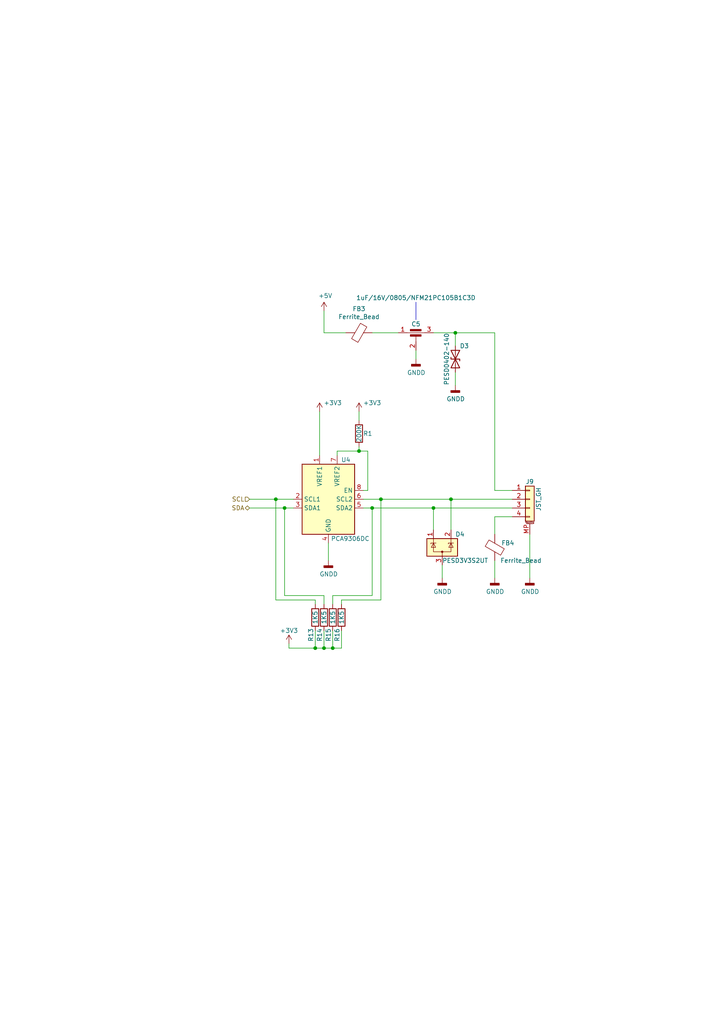
<source format=kicad_sch>
(kicad_sch (version 20230121) (generator eeschema)
  (paper "A4" portrait)
  (title_block (title "RasPi Zero NAV Hat") (date "2023-05-12") (rev "0.1") (company "chipiki.ru") (comment 1 "RasPi Zero NAV Hat") (comment 2 "Denis Tsekh"))
  (lib_symbols
    (symbol "Connector_Generic_MountingPin:Conn_01x04_MountingPin" (pin_names (offset 1.016) hide)
      (property "Reference" "J" (at 0 5.08 0))
      (property "Value" "Conn_01x04_MountingPin" (at 1.27 -7.62 0))
      (symbol "Conn_01x04_MountingPin_1_1"
        (rectangle (start -1.27 -4.953) (end 0 -5.207) (stroke (width 0.1524)))
        (rectangle (start -1.27 -2.413) (end 0 -2.667) (stroke (width 0.1524)))
        (rectangle (start -1.27 0.127) (end 0 -0.127) (stroke (width 0.1524)))
        (rectangle (start -1.27 2.667) (end 0 2.413) (stroke (width 0.1524)))
        (rectangle (start -1.27 3.81) (end 1.27 -6.35) (stroke (width 0.254)) (fill (type background)))
        (polyline (pts (xy -1.016 -7.112) (xy 1.016 -7.112)) (stroke (width 0.1524)))
        (text "Mounting" (at 0 -6.731 0) (effects (font (size 0.381 0.381))))
        (pin passive line (at -5.08 2.54 0) (length 3.81) (name "Pin_1") (number "1"))
        (pin passive line (at -5.08 0 0) (length 3.81) (name "Pin_2") (number "2"))
        (pin passive line (at -5.08 -2.54 0) (length 3.81) (name "Pin_3") (number "3"))
        (pin passive line (at -5.08 -5.08 0) (length 3.81) (name "Pin_4") (number "4"))
        (pin passive line (at 0 -10.16 90) (length 3.048) (name "MountPin") (number "MP"))
      )
    )
    (symbol "Device:C_Feedthrough" (pin_names (offset 0.254) hide)
      (property "Reference" "C" (at 0 7.62 0))
      (property "Value" "C_Feedthrough" (at 0 5.715 0))
      (symbol "C_Feedthrough_0_1"
        (rectangle (start -1.651 1.524) (end 1.524 2.032) (fill (type outline)))
        (polyline (pts (xy -2.54 2.54) (xy 2.54 2.54)))
        (polyline (pts (xy 0 0) (xy 0 1.778)))
        (rectangle (start 1.524 3.048) (end -1.651 3.556) (fill (type outline)))
      )
      (symbol "C_Feedthrough_1_1"
        (pin passive line (at -5.08 2.54 0) (length 2.54) (name "1") (number "1"))
        (pin passive line (at 0 -2.54 90) (length 2.54) (name "2") (number "2"))
        (pin passive line (at 5.08 2.54 180) (length 2.54) (name "3") (number "3"))
      )
    )
    (symbol "Device:D_TVS" (pin_numbers hide) (pin_names (offset 1.016) hide)
      (property "Reference" "D" (at 0 2.54 0))
      (property "Value" "D_TVS" (at 0 -2.54 0))
      (symbol "D_TVS_0_1"
        (polyline (pts (xy 1.27 0) (xy -1.27 0)))
        (polyline (pts (xy 0.508 1.27) (xy 0 1.27) (xy 0 -1.27) (xy -0.508 -1.27)) (stroke (width 0.254)))
        (polyline (pts (xy -2.54 1.27) (xy -2.54 -1.27) (xy 2.54 1.27) (xy 2.54 -1.27) (xy -2.54 1.27)) (stroke (width 0.254)))
      )
      (symbol "D_TVS_1_1"
        (pin passive line (at -3.81 0 0) (length 2.54) (name "A1") (number "1"))
        (pin passive line (at 3.81 0 180) (length 2.54) (name "A2") (number "2"))
      )
    )
    (symbol "Device:FerriteBead" (pin_numbers hide) (pin_names (offset 0))
      (property "Reference" "FB" (at -3.81 0.635 90))
      (property "Value" "FerriteBead" (at 3.81 0 90))
      (symbol "FerriteBead_0_1"
        (polyline (pts (xy 0 -1.27) (xy 0 -1.2192)))
        (polyline (pts (xy 0 1.27) (xy 0 1.2954)))
        (polyline (pts (xy -2.7686 0.4064) (xy -1.7018 2.2606) (xy 2.7686 -0.3048) (xy 1.6764 -2.159) (xy -2.7686 0.4064)))
      )
      (symbol "FerriteBead_1_1"
        (pin passive line (at 0 3.81 270) (length 2.54) (name "~") (number "1"))
        (pin passive line (at 0 -3.81 90) (length 2.54) (name "~") (number "2"))
      )
    )
    (symbol "Device:R" (pin_numbers hide) (pin_names (offset 0))
      (property "Reference" "R" (at 2.032 0 90))
      (property "Value" "R" (at 0 0 90))
      (symbol "R_0_1"
        (rectangle (start -1.016 -2.54) (end 1.016 2.54) (stroke (width 0.254)))
      )
      (symbol "R_1_1"
        (pin passive line (at 0 3.81 270) (length 1.27) (name "~") (number "1"))
        (pin passive line (at 0 -3.81 90) (length 1.27) (name "~") (number "2"))
      )
    )
    (symbol "Power_Protection:SP0502BAHT" (pin_names hide)
      (property "Reference" "D" (at 5.715 2.54 0))
      (property "Value" "SP0502BAHT" (at 5.715 0.635 0))
      (symbol "SP0502BAHT_0_0"
        (pin passive line (at 0 -5.08 90) (length 2.54) (name "A") (number "3"))
      )
      (symbol "SP0502BAHT_0_1"
        (rectangle (start -4.445 2.54) (end 4.445 -2.54) (stroke (width 0.254)) (fill (type background)))
        (circle (center 0 -1.27) (radius 0.254) (fill (type outline)))
        (polyline (pts (xy -2.54 2.54) (xy -2.54 1.27)))
        (polyline (pts (xy 0 -1.27) (xy 0 -2.54)))
        (polyline (pts (xy 2.54 2.54) (xy 2.54 1.27)))
        (polyline (pts (xy -3.302 1.016) (xy -3.302 1.27) (xy -1.905 1.27) (xy -1.778 1.27)))
        (polyline (pts (xy -2.54 1.27) (xy -2.54 -1.27) (xy 2.54 -1.27) (xy 2.54 1.27)))
        (polyline (pts (xy -2.54 1.27) (xy -1.905 0) (xy -3.175 0) (xy -2.54 1.27)))
        (polyline (pts (xy 1.778 1.016) (xy 1.778 1.27) (xy 3.175 1.27) (xy 3.302 1.27)))
        (polyline (pts (xy 2.54 1.27) (xy 1.905 0) (xy 3.175 0) (xy 2.54 1.27)))
      )
      (symbol "SP0502BAHT_1_1"
        (pin passive line (at -2.54 5.08 270) (length 2.54) (name "K") (number "1"))
        (pin passive line (at 2.54 5.08 270) (length 2.54) (name "K") (number "2"))
      )
    )
    (symbol "power:+5V" (power) (pin_names (offset 0))
      (property "Value" "+5V" (at 0 3.556 0))
      (symbol "+5V_0_1"
        (polyline (pts (xy -0.762 1.27) (xy 0 2.54)))
        (polyline (pts (xy 0 0) (xy 0 2.54)))
        (polyline (pts (xy 0 2.54) (xy 0.762 1.27)))
      )
      (symbol "+5V_1_1"
        (pin power_in line (at 0 0 90) (length 0) hide (name "+5V") (number "1"))
      )
    )
    (symbol "power:GNDD" (power) (pin_names (offset 0))
      (property "Value" "GNDD" (at 0 -3.175 0))
      (symbol "GNDD_0_1"
        (rectangle (start -1.27 -1.524) (end 1.27 -2.032) (stroke (width 0.254)) (fill (type outline)))
        (polyline (pts (xy 0 0) (xy 0 -1.524)))
      )
      (symbol "GNDD_1_1"
        (pin power_in line (at 0 0 270) (length 0) hide (name "GNDD") (number "1"))
      )
    )
    (symbol "rbpi-z-hat-rescue:+3.3V-power" (power) (pin_names (offset 0))
      (property "Value" "+3.3V-power" (at 0 3.556 0))
      (symbol "+3.3V-power_0_1"
        (polyline (pts (xy -0.762 1.27) (xy 0 2.54)))
        (polyline (pts (xy 0 0) (xy 0 2.54)))
        (polyline (pts (xy 0 2.54) (xy 0.762 1.27)))
      )
      (symbol "+3.3V-power_1_1"
        (pin power_in line (at 0 0 90) (length 0) hide (name "+3V3") (number "1"))
      )
    )
    (symbol "rbpi-z-hat-rescue:PCA9306DC-Interface"
      (property "Reference" "U" (at -7.62 11.43 0))
      (property "Value" "PCA9306DC-Interface" (at 3.81 11.43 0))
      (symbol "PCA9306DC-Interface_0_1"
        (rectangle (start -7.62 10.16) (end 7.62 -10.16) (stroke (width 0.254)) (fill (type background)))
      )
      (symbol "PCA9306DC-Interface_1_1"
        (pin power_in line (at -2.54 12.7 270) (length 2.54) (name "VREF1") (number "1"))
        (pin bidirectional line (at -10.16 0 0) (length 2.54) (name "SCL1") (number "2"))
        (pin bidirectional line (at -10.16 -2.54 0) (length 2.54) (name "SDA1") (number "3"))
        (pin power_in line (at 0 -12.7 90) (length 2.54) (name "GND") (number "4"))
        (pin bidirectional line (at 10.16 -2.54 180) (length 2.54) (name "SDA2") (number "5"))
        (pin bidirectional line (at 10.16 0 180) (length 2.54) (name "SCL2") (number "6"))
        (pin power_in line (at 2.54 12.7 270) (length 2.54) (name "VREF2") (number "7"))
        (pin input line (at 10.16 2.54 180) (length 2.54) (name "EN") (number "8"))
      )
    )
  )
  (junction (at 132.08 96.52))
  (junction (at 91.44 187.96))
  (junction (at 130.81 144.78))
  (junction (at 107.95 147.32))
  (junction (at 96.52 187.96))
  (junction (at 80.01 144.78))
  (junction (at 93.98 187.96))
  (junction (at 110.49 144.78))
  (junction (at 104.14 130.81))
  (junction (at 125.73 147.32))
  (junction (at 82.55 147.32))
  (wire (pts (xy 107.95 172.72) (xy 107.95 147.32)))
  (wire (pts (xy 99.06 182.88) (xy 99.06 187.96)))
  (wire (pts (xy 143.51 162.56) (xy 143.51 167.64)))
  (wire (pts (xy 100.33 96.52) (xy 93.98 96.52)))
  (wire (pts (xy 132.08 100.33) (xy 132.08 96.52)))
  (wire (pts (xy 97.79 130.81) (xy 97.79 132.08)))
  (wire (pts (xy 91.44 175.26) (xy 91.44 173.99)))
  (wire (pts (xy 143.51 96.52) (xy 143.51 142.24)))
  (wire (pts (xy 120.65 101.6) (xy 120.65 104.14)))
  (wire (pts (xy 125.73 96.52) (xy 132.08 96.52)))
  (wire (pts (xy 96.52 187.96) (xy 99.06 187.96)))
  (wire (pts (xy 107.95 96.52) (xy 115.57 96.52)))
  (wire (pts (xy 107.95 147.32) (xy 125.73 147.32)))
  (wire (pts (xy 132.08 96.52) (xy 143.51 96.52)))
  (wire (pts (xy 96.52 182.88) (xy 96.52 187.96)))
  (wire (pts (xy 99.06 173.99) (xy 110.49 173.99)))
  (wire (pts (xy 95.25 157.48) (xy 95.25 162.56)))
  (wire (pts (xy 128.27 163.83) (xy 128.27 167.64)))
  (wire (pts (xy 105.41 144.78) (xy 110.49 144.78)))
  (wire (pts (xy 104.14 130.81) (xy 97.79 130.81)))
  (wire (pts (xy 148.59 149.86) (xy 143.51 149.86)))
  (wire (pts (xy 82.55 147.32) (xy 85.09 147.32)))
  (wire (pts (xy 93.98 175.26) (xy 93.98 172.72)))
  (wire (pts (xy 125.73 147.32) (xy 148.59 147.32)))
  (wire (pts (xy 80.01 144.78) (xy 85.09 144.78)))
  (wire (pts (xy 93.98 96.52) (xy 93.98 90.17)))
  (wire (pts (xy 125.73 153.67) (xy 125.73 147.32)))
  (wire (pts (xy 91.44 182.88) (xy 91.44 187.96)))
  (wire (pts (xy 105.41 147.32) (xy 107.95 147.32)))
  (wire (pts (xy 83.82 187.96) (xy 83.82 186.69)))
  (wire (pts (xy 106.68 130.81) (xy 106.68 142.24)))
  (wire (pts (xy 91.44 187.96) (xy 93.98 187.96)))
  (wire (pts (xy 143.51 149.86) (xy 143.51 154.94)))
  (wire (pts (xy 82.55 172.72) (xy 93.98 172.72)))
  (wire (pts (xy 96.52 175.26) (xy 96.52 172.72)))
  (wire (pts (xy 132.08 111.76) (xy 132.08 107.95)))
  (wire (pts (xy 92.71 119.38) (xy 92.71 132.08)))
  (wire (pts (xy 80.01 173.99) (xy 91.44 173.99)))
  (wire (pts (xy 72.39 144.78) (xy 80.01 144.78)))
  (wire (pts (xy 130.81 153.67) (xy 130.81 144.78)))
  (wire (pts (xy 96.52 172.72) (xy 107.95 172.72)))
  (wire (pts (xy 91.44 187.96) (xy 83.82 187.96)))
  (wire (pts (xy 104.14 130.81) (xy 106.68 130.81)))
  (wire (pts (xy 130.81 144.78) (xy 148.59 144.78)))
  (wire (pts (xy 110.49 144.78) (xy 130.81 144.78)))
  (wire (pts (xy 143.51 142.24) (xy 148.59 142.24)))
  (wire (pts (xy 72.39 147.32) (xy 82.55 147.32)))
  (wire (pts (xy 80.01 173.99) (xy 80.01 144.78)))
  (wire (pts (xy 104.14 129.54) (xy 104.14 130.81)))
  (polyline (pts (xy 120.65 92.71) (xy 120.65 87.63)))
  (wire (pts (xy 93.98 182.88) (xy 93.98 187.96)))
  (wire (pts (xy 93.98 187.96) (xy 96.52 187.96)))
  (wire (pts (xy 99.06 175.26) (xy 99.06 173.99)))
  (wire (pts (xy 82.55 172.72) (xy 82.55 147.32)))
  (wire (pts (xy 106.68 142.24) (xy 105.41 142.24)))
  (wire (pts (xy 153.67 154.94) (xy 153.67 167.64)))
  (wire (pts (xy 110.49 173.99) (xy 110.49 144.78)))
  (wire (pts (xy 104.14 119.38) (xy 104.14 121.92)))
  (hierarchical_label "SCL" (shape input) (at 72.39 144.78 180))
  (hierarchical_label "SDA" (shape bidirectional) (at 72.39 147.32 180))
  (symbol (lib_id "Device:C_Feedthrough") (at 120.65 99.06 0) (unit 1)
    (property "Reference" "C5" (at 120.65 93.98 0))
    (property "Value" "1uF/16V/0805/NFM21PC105B1C3D" (at 120.65 86.36 0))
    (property "Footprint" "NFM21PC105B1C3D:NFM21PC105B1C3D" (effects hide))
  )
  (symbol (lib_id "Device:D_TVS") (at 132.08 104.14 270) (unit 1)
    (property "Reference" "D3" (at 133.35 100.33 90) (effects (justify left)))
    (property "Value" "PESD0402-140" (at 129.54 104.14 0))
    (property "Footprint" "Diode_SMD:D_0402_1005Metric" (effects hide))
  )
  (symbol (lib_id "Device:FerriteBead") (at 104.14 96.52 270) (unit 1)
    (property "Reference" "FB3" (at 104.14 89.5604 90))
    (property "Value" "Ferrite_Bead" (at 104.14 91.8718 90))
    (property "Footprint" "Inductor_SMD:L_0603_1608Metric" (effects hide))
  )
  (symbol (lib_id "power:GNDD") (at 132.08 111.76 0) (unit 1)
    (property "Reference" "#PWR0107" (effects hide))
    (property "Value" "GNDD" (at 132.1816 115.697 0))
  )
  (symbol (lib_id "power:GNDD") (at 120.65 104.14 0) (unit 1)
    (property "Reference" "#PWR0108" (effects hide))
    (property "Value" "GNDD" (at 120.7516 108.077 0))
  )
  (symbol (lib_id "power:+5V") (at 93.98 90.17 0) (unit 1)
    (property "Reference" "#PWR0109" (effects hide))
    (property "Value" "+5V" (at 94.361 85.7758 0))
  )
  (symbol (lib_id "Connector_Generic_MountingPin:Conn_01x04_MountingPin") (at 153.67 144.78 0) (unit 1)
    (property "Reference" "J9" (at 153.67 139.7 0))
    (property "Value" "JST_GH" (at 156.21 144.78 90))
    (property "Footprint" "Connector_JST:JST_GH_BM04B-GHS-TBT_1x04-1MP_P1.25mm_Vertical" (effects hide))
  )
  (symbol (lib_id "power:GNDD") (at 143.51 167.64 0) (unit 1)
    (property "Reference" "#PWR0110" (effects hide))
    (property "Value" "GNDD" (at 143.6116 171.577 0))
  )
  (symbol (lib_id "Device:FerriteBead") (at 143.51 158.75 180) (unit 1)
    (property "Reference" "FB4" (at 147.32 157.48 0))
    (property "Value" "Ferrite_Bead" (at 151.13 162.56 0))
    (property "Footprint" "Inductor_SMD:L_0603_1608Metric" (effects hide))
  )
  (symbol (lib_id "power:GNDD") (at 153.67 167.64 0) (unit 1)
    (property "Reference" "#PWR0111" (effects hide))
    (property "Value" "GNDD" (at 153.7716 171.577 0))
  )
  (symbol (lib_id "rbpi-z-hat-rescue:PCA9306DC-Interface") (at 95.25 144.78 0) (unit 1)
    (property "Reference" "U4" (at 100.33 133.35 0))
    (property "Value" "PCA9306DC" (at 101.6 156.21 0))
    (property "Footprint" "Package_SO:VSSOP-8_2.3x2mm_P0.5mm" (effects hide))
    (property "Datasheet" "https://www.nxp.com/docs/en/data-sheet/PCA9306.pdf" (effects hide))
  )
  (symbol (lib_id "power:GNDD") (at 95.25 162.56 0) (unit 1)
    (property "Reference" "#PWR0130" (effects hide))
    (property "Value" "GNDD" (at 95.3516 166.497 0))
  )
  (symbol (lib_id "Power_Protection:SP0502BAHT") (at 128.27 158.75 0) (unit 1)
    (property "Reference" "D4" (at 132.08 154.94 0) (effects (justify left)))
    (property "Value" "PESD3V3S2UT" (at 128.27 162.56 0) (effects (justify left)))
    (property "Footprint" "Package_TO_SOT_SMD:SOT-23" (effects hide))
    (property "Datasheet" "http://www.littelfuse.com/~/media/files/littelfuse/technical%20resources/documents/data%20sheets/sp05xxba.pdf" (effects hide))
    (property "URL" "https://www.terraelectronica.ru/product/289331" (effects hide))
  )
  (symbol (lib_id "power:GNDD") (at 128.27 167.64 0) (unit 1)
    (property "Reference" "#PWR0131" (effects hide))
    (property "Value" "GNDD" (at 128.3716 171.577 0))
  )
  (symbol (lib_id "rbpi-z-hat-rescue:+3.3V-power") (at 92.71 119.38 0) (unit 1)
    (property "Reference" "#PWR0132" (effects hide))
    (property "Value" "+3.3V" (at 96.52 116.84 0))
  )
  (symbol (lib_id "Device:R") (at 104.14 125.73 180) (unit 1)
    (property "Reference" "R1" (at 106.68 125.73 0))
    (property "Value" "200K" (at 104.14 125.73 90))
    (property "Footprint" "Resistor_SMD:R_0402_1005Metric" (effects hide))
  )
  (symbol (lib_id "rbpi-z-hat-rescue:+3.3V-power") (at 104.14 119.38 0) (unit 1)
    (property "Reference" "#PWR0133" (effects hide))
    (property "Value" "+3.3V" (at 107.95 116.84 0))
  )
  (symbol (lib_id "rbpi-z-hat-rescue:+3.3V-power") (at 83.82 186.69 0) (unit 1)
    (property "Reference" "#PWR0134" (effects hide))
    (property "Value" "+3.3V" (at 83.82 182.88 0))
  )
  (symbol (lib_id "Device:R") (at 91.44 179.07 180) (unit 1)
    (property "Reference" "R13" (at 90.17 184.15 90))
    (property "Value" "1K5" (at 91.44 179.07 90))
    (property "Footprint" "Resistor_SMD:R_0402_1005Metric" (effects hide))
  )
  (symbol (lib_id "Device:R") (at 96.52 179.07 180) (unit 1)
    (property "Reference" "R15" (at 95.25 184.15 90))
    (property "Value" "1K5" (at 96.52 179.07 90))
    (property "Footprint" "Resistor_SMD:R_0402_1005Metric" (effects hide))
  )
  (symbol (lib_id "Device:R") (at 93.98 179.07 180) (unit 1)
    (property "Reference" "R14" (at 92.71 184.15 90))
    (property "Value" "1K5" (at 93.98 179.07 90))
    (property "Footprint" "Resistor_SMD:R_0402_1005Metric" (effects hide))
  )
  (symbol (lib_id "Device:R") (at 99.06 179.07 180) (unit 1)
    (property "Reference" "R16" (at 97.79 184.15 90))
    (property "Value" "1K5" (at 99.06 179.07 90))
    (property "Footprint" "Resistor_SMD:R_0402_1005Metric" (effects hide))
  )
)
</source>
